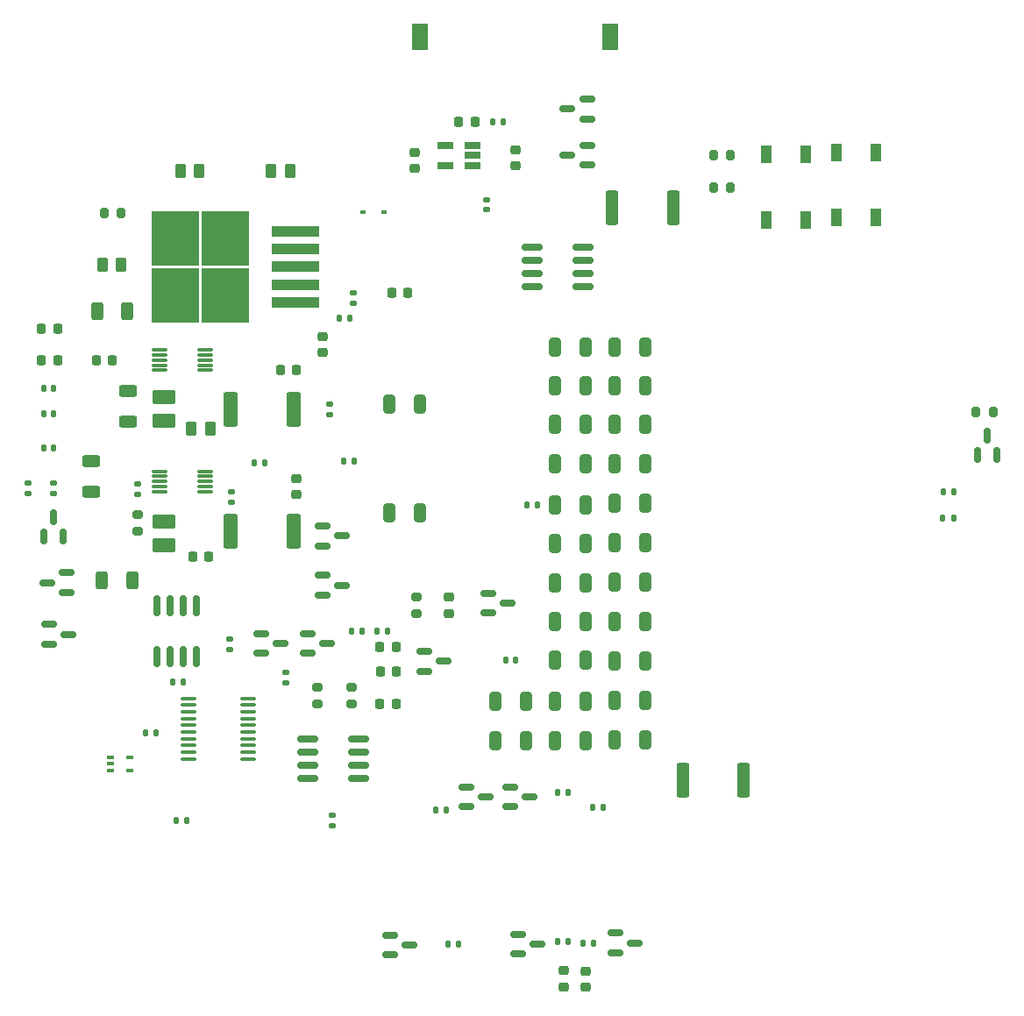
<source format=gbr>
%TF.GenerationSoftware,KiCad,Pcbnew,(6.0.7-1)-1*%
%TF.CreationDate,2022-10-09T23:16:26+02:00*%
%TF.ProjectId,Power_Management_Module,506f7765-725f-44d6-916e-6167656d656e,rev?*%
%TF.SameCoordinates,Original*%
%TF.FileFunction,Paste,Top*%
%TF.FilePolarity,Positive*%
%FSLAX46Y46*%
G04 Gerber Fmt 4.6, Leading zero omitted, Abs format (unit mm)*
G04 Created by KiCad (PCBNEW (6.0.7-1)-1) date 2022-10-09 23:16:26*
%MOMM*%
%LPD*%
G01*
G04 APERTURE LIST*
G04 Aperture macros list*
%AMRoundRect*
0 Rectangle with rounded corners*
0 $1 Rounding radius*
0 $2 $3 $4 $5 $6 $7 $8 $9 X,Y pos of 4 corners*
0 Add a 4 corners polygon primitive as box body*
4,1,4,$2,$3,$4,$5,$6,$7,$8,$9,$2,$3,0*
0 Add four circle primitives for the rounded corners*
1,1,$1+$1,$2,$3*
1,1,$1+$1,$4,$5*
1,1,$1+$1,$6,$7*
1,1,$1+$1,$8,$9*
0 Add four rect primitives between the rounded corners*
20,1,$1+$1,$2,$3,$4,$5,0*
20,1,$1+$1,$4,$5,$6,$7,0*
20,1,$1+$1,$6,$7,$8,$9,0*
20,1,$1+$1,$8,$9,$2,$3,0*%
G04 Aperture macros list end*
%ADD10RoundRect,0.250000X0.325000X0.650000X-0.325000X0.650000X-0.325000X-0.650000X0.325000X-0.650000X0*%
%ADD11RoundRect,0.250000X-0.262500X-0.450000X0.262500X-0.450000X0.262500X0.450000X-0.262500X0.450000X0*%
%ADD12RoundRect,0.135000X0.135000X0.185000X-0.135000X0.185000X-0.135000X-0.185000X0.135000X-0.185000X0*%
%ADD13RoundRect,0.250001X-0.849999X0.462499X-0.849999X-0.462499X0.849999X-0.462499X0.849999X0.462499X0*%
%ADD14RoundRect,0.225000X0.250000X-0.225000X0.250000X0.225000X-0.250000X0.225000X-0.250000X-0.225000X0*%
%ADD15RoundRect,0.225000X-0.225000X-0.250000X0.225000X-0.250000X0.225000X0.250000X-0.225000X0.250000X0*%
%ADD16RoundRect,0.135000X0.185000X-0.135000X0.185000X0.135000X-0.185000X0.135000X-0.185000X-0.135000X0*%
%ADD17RoundRect,0.135000X-0.135000X-0.185000X0.135000X-0.185000X0.135000X0.185000X-0.135000X0.185000X0*%
%ADD18R,1.500000X2.500000*%
%ADD19RoundRect,0.135000X-0.185000X0.135000X-0.185000X-0.135000X0.185000X-0.135000X0.185000X0.135000X0*%
%ADD20RoundRect,0.250000X-0.312500X-0.625000X0.312500X-0.625000X0.312500X0.625000X-0.312500X0.625000X0*%
%ADD21RoundRect,0.150000X-0.825000X-0.150000X0.825000X-0.150000X0.825000X0.150000X-0.825000X0.150000X0*%
%ADD22RoundRect,0.200000X-0.275000X0.200000X-0.275000X-0.200000X0.275000X-0.200000X0.275000X0.200000X0*%
%ADD23RoundRect,0.150000X-0.150000X0.825000X-0.150000X-0.825000X0.150000X-0.825000X0.150000X0.825000X0*%
%ADD24RoundRect,0.225000X0.225000X0.250000X-0.225000X0.250000X-0.225000X-0.250000X0.225000X-0.250000X0*%
%ADD25R,1.000000X1.700000*%
%ADD26R,1.560000X0.650000*%
%ADD27RoundRect,0.100000X0.637500X0.100000X-0.637500X0.100000X-0.637500X-0.100000X0.637500X-0.100000X0*%
%ADD28RoundRect,0.150000X0.150000X-0.587500X0.150000X0.587500X-0.150000X0.587500X-0.150000X-0.587500X0*%
%ADD29RoundRect,0.150000X-0.587500X-0.150000X0.587500X-0.150000X0.587500X0.150000X-0.587500X0.150000X0*%
%ADD30RoundRect,0.075000X-0.650000X-0.075000X0.650000X-0.075000X0.650000X0.075000X-0.650000X0.075000X0*%
%ADD31R,0.650000X0.400000*%
%ADD32RoundRect,0.218750X0.218750X0.256250X-0.218750X0.256250X-0.218750X-0.256250X0.218750X-0.256250X0*%
%ADD33RoundRect,0.250000X-0.325000X-0.650000X0.325000X-0.650000X0.325000X0.650000X-0.325000X0.650000X0*%
%ADD34RoundRect,0.200000X-0.200000X-0.275000X0.200000X-0.275000X0.200000X0.275000X-0.200000X0.275000X0*%
%ADD35RoundRect,0.250000X-0.362500X-1.425000X0.362500X-1.425000X0.362500X1.425000X-0.362500X1.425000X0*%
%ADD36RoundRect,0.200000X0.275000X-0.200000X0.275000X0.200000X-0.275000X0.200000X-0.275000X-0.200000X0*%
%ADD37RoundRect,0.150000X0.825000X0.150000X-0.825000X0.150000X-0.825000X-0.150000X0.825000X-0.150000X0*%
%ADD38R,0.600000X0.450000*%
%ADD39RoundRect,0.218750X0.256250X-0.218750X0.256250X0.218750X-0.256250X0.218750X-0.256250X-0.218750X0*%
%ADD40RoundRect,0.140000X-0.140000X-0.170000X0.140000X-0.170000X0.140000X0.170000X-0.140000X0.170000X0*%
%ADD41RoundRect,0.150000X0.587500X0.150000X-0.587500X0.150000X-0.587500X-0.150000X0.587500X-0.150000X0*%
%ADD42RoundRect,0.140000X0.170000X-0.140000X0.170000X0.140000X-0.170000X0.140000X-0.170000X-0.140000X0*%
%ADD43R,4.550000X5.250000*%
%ADD44R,4.600000X1.100000*%
%ADD45RoundRect,0.249999X0.450001X1.425001X-0.450001X1.425001X-0.450001X-1.425001X0.450001X-1.425001X0*%
%ADD46RoundRect,0.250000X0.625000X-0.312500X0.625000X0.312500X-0.625000X0.312500X-0.625000X-0.312500X0*%
%ADD47RoundRect,0.200000X0.200000X0.275000X-0.200000X0.275000X-0.200000X-0.275000X0.200000X-0.275000X0*%
G04 APERTURE END LIST*
D10*
%TO.C,C18*%
X160780000Y-112470000D03*
X157830000Y-112470000D03*
%TD*%
D11*
%TO.C,R46*%
X108362500Y-70350000D03*
X110187500Y-70350000D03*
%TD*%
D12*
%TO.C,R26*%
X124060000Y-89450000D03*
X123040000Y-89450000D03*
%TD*%
D10*
%TO.C,C26*%
X160775000Y-82050000D03*
X157825000Y-82050000D03*
%TD*%
D13*
%TO.C,L2*%
X114300000Y-83137500D03*
X114300000Y-85462500D03*
%TD*%
D14*
%TO.C,C3*%
X138550000Y-61075000D03*
X138550000Y-59525000D03*
%TD*%
D15*
%TO.C,C2*%
X136305000Y-73100000D03*
X137855000Y-73100000D03*
%TD*%
D10*
%TO.C,C34*%
X155025000Y-93550000D03*
X152075000Y-93550000D03*
%TD*%
D16*
%TO.C,R35*%
X111800000Y-92560000D03*
X111800000Y-91540000D03*
%TD*%
D12*
%TO.C,R15*%
X142720000Y-136000000D03*
X141700000Y-136000000D03*
%TD*%
D17*
%TO.C,R21*%
X152340000Y-135750000D03*
X153360000Y-135750000D03*
%TD*%
D18*
%TO.C,SW2*%
X139000000Y-48335000D03*
X157400000Y-48335000D03*
%TD*%
D16*
%TO.C,R33*%
X130300000Y-84810000D03*
X130300000Y-83790000D03*
%TD*%
D19*
%TO.C,R13*%
X120650000Y-106530000D03*
X120650000Y-107550000D03*
%TD*%
D10*
%TO.C,C27*%
X160775000Y-78300000D03*
X157825000Y-78300000D03*
%TD*%
D20*
%TO.C,R41*%
X107837500Y-74800000D03*
X110762500Y-74800000D03*
%TD*%
D21*
%TO.C,U1*%
X149845000Y-68655000D03*
X149845000Y-69925000D03*
X149845000Y-71195000D03*
X149845000Y-72465000D03*
X154795000Y-72465000D03*
X154795000Y-71195000D03*
X154795000Y-69925000D03*
X154795000Y-68655000D03*
%TD*%
D16*
%TO.C,R12*%
X126050000Y-110760000D03*
X126050000Y-109740000D03*
%TD*%
D15*
%TO.C,C44*%
X117075000Y-98550000D03*
X118625000Y-98550000D03*
%TD*%
D11*
%TO.C,R5*%
X115887500Y-61300000D03*
X117712500Y-61300000D03*
%TD*%
D22*
%TO.C,R8*%
X138650000Y-102425000D03*
X138650000Y-104075000D03*
%TD*%
D23*
%TO.C,U6*%
X117455000Y-103275000D03*
X116185000Y-103275000D03*
X114915000Y-103275000D03*
X113645000Y-103275000D03*
X113645000Y-108225000D03*
X114915000Y-108225000D03*
X116185000Y-108225000D03*
X117455000Y-108225000D03*
%TD*%
D24*
%TO.C,C8*%
X136750000Y-109650000D03*
X135200000Y-109650000D03*
%TD*%
D25*
%TO.C,SW3*%
X179250000Y-65800000D03*
X179250000Y-59500000D03*
X183050000Y-59500000D03*
X183050000Y-65800000D03*
%TD*%
D10*
%TO.C,C36*%
X155025000Y-85800000D03*
X152075000Y-85800000D03*
%TD*%
D15*
%TO.C,C10*%
X102475000Y-76550000D03*
X104025000Y-76550000D03*
%TD*%
D26*
%TO.C,U3*%
X144150000Y-60750000D03*
X144150000Y-59800000D03*
X144150000Y-58850000D03*
X141450000Y-58850000D03*
X141450000Y-60750000D03*
%TD*%
D27*
%TO.C,U5*%
X122412500Y-118075000D03*
X122412500Y-117425000D03*
X122412500Y-116775000D03*
X122412500Y-116125000D03*
X122412500Y-115475000D03*
X122412500Y-114825000D03*
X122412500Y-114175000D03*
X122412500Y-113525000D03*
X122412500Y-112875000D03*
X122412500Y-112225000D03*
X116687500Y-112225000D03*
X116687500Y-112875000D03*
X116687500Y-113525000D03*
X116687500Y-114175000D03*
X116687500Y-114825000D03*
X116687500Y-115475000D03*
X116687500Y-116125000D03*
X116687500Y-116775000D03*
X116687500Y-117425000D03*
X116687500Y-118075000D03*
%TD*%
D17*
%TO.C,R28*%
X112530000Y-115550000D03*
X113550000Y-115550000D03*
%TD*%
D28*
%TO.C,Q13*%
X102700000Y-96587500D03*
X104600000Y-96587500D03*
X103650000Y-94712500D03*
%TD*%
D13*
%TO.C,L1*%
X114300000Y-95137500D03*
X114300000Y-97462500D03*
%TD*%
D17*
%TO.C,R27*%
X152340000Y-121350000D03*
X153360000Y-121350000D03*
%TD*%
D10*
%TO.C,C35*%
X155025000Y-89550000D03*
X152075000Y-89550000D03*
%TD*%
D29*
%TO.C,Q5*%
X128212500Y-106000000D03*
X128212500Y-107900000D03*
X130087500Y-106950000D03*
%TD*%
D14*
%TO.C,C45*%
X129650000Y-78825000D03*
X129650000Y-77275000D03*
%TD*%
D10*
%TO.C,C32*%
X155025000Y-101050000D03*
X152075000Y-101050000D03*
%TD*%
D12*
%TO.C,R36*%
X132250000Y-75550000D03*
X131230000Y-75550000D03*
%TD*%
D30*
%TO.C,U8*%
X113850000Y-90300000D03*
X113850000Y-90800000D03*
X113850000Y-91300000D03*
X113850000Y-91800000D03*
X113850000Y-92300000D03*
X118250000Y-92300000D03*
X118250000Y-91800000D03*
X118250000Y-91300000D03*
X118250000Y-90800000D03*
X118250000Y-90300000D03*
%TD*%
D10*
%TO.C,C20*%
X160780000Y-104850000D03*
X157830000Y-104850000D03*
%TD*%
D17*
%TO.C,R7*%
X146040000Y-56550000D03*
X147060000Y-56550000D03*
%TD*%
D10*
%TO.C,C21*%
X160780000Y-101040000D03*
X157830000Y-101040000D03*
%TD*%
D31*
%TO.C,U7*%
X109100000Y-117900000D03*
X109100000Y-118550000D03*
X109100000Y-119200000D03*
X111000000Y-119200000D03*
X111000000Y-117900000D03*
%TD*%
D28*
%TO.C,Q8*%
X192850000Y-88737500D03*
X194750000Y-88737500D03*
X193800000Y-86862500D03*
%TD*%
D10*
%TO.C,C23*%
X160780000Y-93420000D03*
X157830000Y-93420000D03*
%TD*%
D32*
%TO.C,D2*%
X136750000Y-112750000D03*
X135175000Y-112750000D03*
%TD*%
D24*
%TO.C,C7*%
X136725000Y-107250000D03*
X135175000Y-107250000D03*
%TD*%
D10*
%TO.C,C16*%
X160780000Y-116280000D03*
X157830000Y-116280000D03*
%TD*%
D33*
%TO.C,C47*%
X136075000Y-83800000D03*
X139025000Y-83800000D03*
%TD*%
D34*
%TO.C,R17*%
X192725000Y-84550000D03*
X194375000Y-84550000D03*
%TD*%
D35*
%TO.C,R3*%
X157612500Y-64845000D03*
X163537500Y-64845000D03*
%TD*%
D17*
%TO.C,R18*%
X189540000Y-92300000D03*
X190560000Y-92300000D03*
%TD*%
%TO.C,R24*%
X115530000Y-124050000D03*
X116550000Y-124050000D03*
%TD*%
D36*
%TO.C,R11*%
X129150000Y-112800000D03*
X129150000Y-111150000D03*
%TD*%
D11*
%TO.C,R6*%
X124637500Y-61300000D03*
X126462500Y-61300000D03*
%TD*%
D37*
%TO.C,U4*%
X133125000Y-119955000D03*
X133125000Y-118685000D03*
X133125000Y-117415000D03*
X133125000Y-116145000D03*
X128175000Y-116145000D03*
X128175000Y-117415000D03*
X128175000Y-118685000D03*
X128175000Y-119955000D03*
%TD*%
D12*
%TO.C,R29*%
X116160000Y-110650000D03*
X115140000Y-110650000D03*
%TD*%
D38*
%TO.C,D1*%
X133500000Y-65300000D03*
X135600000Y-65300000D03*
%TD*%
D39*
%TO.C,D3*%
X155050000Y-140137500D03*
X155050000Y-138562500D03*
%TD*%
D15*
%TO.C,C42*%
X107775000Y-79550000D03*
X109325000Y-79550000D03*
%TD*%
D17*
%TO.C,R19*%
X189530000Y-94800000D03*
X190550000Y-94800000D03*
%TD*%
D10*
%TO.C,C31*%
X155025000Y-104800000D03*
X152075000Y-104800000D03*
%TD*%
D17*
%TO.C,R43*%
X132430000Y-105750000D03*
X133450000Y-105750000D03*
%TD*%
D29*
%TO.C,Q9*%
X157912500Y-134900000D03*
X157912500Y-136800000D03*
X159787500Y-135850000D03*
%TD*%
%TO.C,Q7*%
X136112500Y-135100000D03*
X136112500Y-137000000D03*
X137987500Y-136050000D03*
%TD*%
D40*
%TO.C,C17*%
X147320000Y-108550000D03*
X148280000Y-108550000D03*
%TD*%
D15*
%TO.C,C43*%
X125525000Y-80550000D03*
X127075000Y-80550000D03*
%TD*%
D10*
%TO.C,C37*%
X155025000Y-82050000D03*
X152075000Y-82050000D03*
%TD*%
D40*
%TO.C,C12*%
X102690000Y-82250000D03*
X103650000Y-82250000D03*
%TD*%
D15*
%TO.C,C5*%
X142775000Y-56550000D03*
X144325000Y-56550000D03*
%TD*%
D41*
%TO.C,Q11*%
X104887500Y-102000000D03*
X104887500Y-100100000D03*
X103012500Y-101050000D03*
%TD*%
D16*
%TO.C,R22*%
X101150000Y-92470000D03*
X101150000Y-91450000D03*
%TD*%
D11*
%TO.C,R37*%
X116937500Y-86150000D03*
X118762500Y-86150000D03*
%TD*%
D17*
%TO.C,R42*%
X131640000Y-89350000D03*
X132660000Y-89350000D03*
%TD*%
D12*
%TO.C,R20*%
X155760000Y-135850000D03*
X154740000Y-135850000D03*
%TD*%
D39*
%TO.C,D4*%
X152950000Y-140125000D03*
X152950000Y-138550000D03*
%TD*%
D29*
%TO.C,Q14*%
X143512500Y-120800000D03*
X143512500Y-122700000D03*
X145387500Y-121750000D03*
%TD*%
%TO.C,Q4*%
X139412500Y-107700000D03*
X139412500Y-109600000D03*
X141287500Y-108650000D03*
%TD*%
D15*
%TO.C,C11*%
X102475000Y-79550000D03*
X104025000Y-79550000D03*
%TD*%
D29*
%TO.C,Q16*%
X147712500Y-120800000D03*
X147712500Y-122700000D03*
X149587500Y-121750000D03*
%TD*%
D34*
%TO.C,R2*%
X167370000Y-62940000D03*
X169020000Y-62940000D03*
%TD*%
D42*
%TO.C,C1*%
X145450000Y-65010000D03*
X145450000Y-64050000D03*
%TD*%
D40*
%TO.C,C13*%
X102690000Y-84750000D03*
X103650000Y-84750000D03*
%TD*%
D10*
%TO.C,C22*%
X160780000Y-97230000D03*
X157830000Y-97230000D03*
%TD*%
D36*
%TO.C,R10*%
X132450000Y-112800000D03*
X132450000Y-111150000D03*
%TD*%
D12*
%TO.C,R44*%
X156760000Y-122750000D03*
X155740000Y-122750000D03*
%TD*%
D10*
%TO.C,C30*%
X155025000Y-108550000D03*
X152075000Y-108550000D03*
%TD*%
D36*
%TO.C,R34*%
X111800000Y-96125000D03*
X111800000Y-94475000D03*
%TD*%
D10*
%TO.C,C24*%
X160780000Y-89610000D03*
X157830000Y-89610000D03*
%TD*%
%TO.C,C25*%
X160775000Y-85800000D03*
X157825000Y-85800000D03*
%TD*%
D14*
%TO.C,C48*%
X127050000Y-92550000D03*
X127050000Y-91000000D03*
%TD*%
D19*
%TO.C,R4*%
X132635000Y-73100000D03*
X132635000Y-74120000D03*
%TD*%
D35*
%TO.C,R14*%
X164387500Y-120150000D03*
X170312500Y-120150000D03*
%TD*%
D10*
%TO.C,C29*%
X155025000Y-112550000D03*
X152075000Y-112550000D03*
%TD*%
D34*
%TO.C,R1*%
X167370000Y-59765000D03*
X169020000Y-59765000D03*
%TD*%
D43*
%TO.C,U2*%
X120255000Y-67785000D03*
X120255000Y-73335000D03*
X115405000Y-67785000D03*
X115405000Y-73335000D03*
D44*
X126980000Y-73960000D03*
X126980000Y-72260000D03*
X126980000Y-70560000D03*
X126980000Y-68860000D03*
X126980000Y-67160000D03*
%TD*%
D10*
%TO.C,C19*%
X160780000Y-108660000D03*
X157830000Y-108660000D03*
%TD*%
D29*
%TO.C,Q10*%
X148512500Y-135000000D03*
X148512500Y-136900000D03*
X150387500Y-135950000D03*
%TD*%
D45*
%TO.C,R30*%
X126850000Y-96050000D03*
X120750000Y-96050000D03*
%TD*%
D10*
%TO.C,C38*%
X155025000Y-78300000D03*
X152075000Y-78300000D03*
%TD*%
D20*
%TO.C,R38*%
X108337500Y-100800000D03*
X111262500Y-100800000D03*
%TD*%
D10*
%TO.C,C28*%
X155025000Y-116300000D03*
X152075000Y-116300000D03*
%TD*%
D29*
%TO.C,Q3*%
X145612500Y-102100000D03*
X145612500Y-104000000D03*
X147487500Y-103050000D03*
%TD*%
D16*
%TO.C,R23*%
X103650000Y-92470000D03*
X103650000Y-91450000D03*
%TD*%
D14*
%TO.C,C6*%
X141850000Y-104025000D03*
X141850000Y-102475000D03*
%TD*%
D40*
%TO.C,C9*%
X102690000Y-88050000D03*
X103650000Y-88050000D03*
%TD*%
D19*
%TO.C,R16*%
X130550000Y-123530000D03*
X130550000Y-124550000D03*
%TD*%
D29*
%TO.C,Q15*%
X129612500Y-95600000D03*
X129612500Y-97500000D03*
X131487500Y-96550000D03*
%TD*%
D40*
%TO.C,C41*%
X149390000Y-93550000D03*
X150350000Y-93550000D03*
%TD*%
D29*
%TO.C,Q6*%
X123712500Y-106000000D03*
X123712500Y-107900000D03*
X125587500Y-106950000D03*
%TD*%
D16*
%TO.C,R31*%
X120800000Y-93310000D03*
X120800000Y-92290000D03*
%TD*%
D45*
%TO.C,R32*%
X126850000Y-84300000D03*
X120750000Y-84300000D03*
%TD*%
D12*
%TO.C,R25*%
X141560000Y-123050000D03*
X140540000Y-123050000D03*
%TD*%
D29*
%TO.C,Q17*%
X129612500Y-100350000D03*
X129612500Y-102250000D03*
X131487500Y-101300000D03*
%TD*%
D33*
%TO.C,C46*%
X136075000Y-94300000D03*
X139025000Y-94300000D03*
%TD*%
D10*
%TO.C,C40*%
X149275000Y-112550000D03*
X146325000Y-112550000D03*
%TD*%
D25*
%TO.C,SW4*%
X172450000Y-59700000D03*
X172450000Y-66000000D03*
X176250000Y-66000000D03*
X176250000Y-59700000D03*
%TD*%
D10*
%TO.C,C39*%
X149275000Y-116300000D03*
X146325000Y-116300000D03*
%TD*%
D41*
%TO.C,Q2*%
X155162500Y-60715000D03*
X155162500Y-58815000D03*
X153287500Y-59765000D03*
%TD*%
D46*
%TO.C,R39*%
X110800000Y-85512500D03*
X110800000Y-82587500D03*
%TD*%
D47*
%TO.C,R45*%
X110175000Y-65350000D03*
X108525000Y-65350000D03*
%TD*%
D29*
%TO.C,Q12*%
X103212500Y-105100000D03*
X103212500Y-107000000D03*
X105087500Y-106050000D03*
%TD*%
D10*
%TO.C,C33*%
X155025000Y-97300000D03*
X152075000Y-97300000D03*
%TD*%
D17*
%TO.C,R9*%
X134850000Y-105750000D03*
X135870000Y-105750000D03*
%TD*%
D14*
%TO.C,C4*%
X148300000Y-60825000D03*
X148300000Y-59275000D03*
%TD*%
D30*
%TO.C,U9*%
X113850000Y-78550000D03*
X113850000Y-79050000D03*
X113850000Y-79550000D03*
X113850000Y-80050000D03*
X113850000Y-80550000D03*
X118250000Y-80550000D03*
X118250000Y-80050000D03*
X118250000Y-79550000D03*
X118250000Y-79050000D03*
X118250000Y-78550000D03*
%TD*%
D46*
%TO.C,R40*%
X107300000Y-92262500D03*
X107300000Y-89337500D03*
%TD*%
D41*
%TO.C,Q1*%
X155162500Y-56270000D03*
X155162500Y-54370000D03*
X153287500Y-55320000D03*
%TD*%
M02*

</source>
